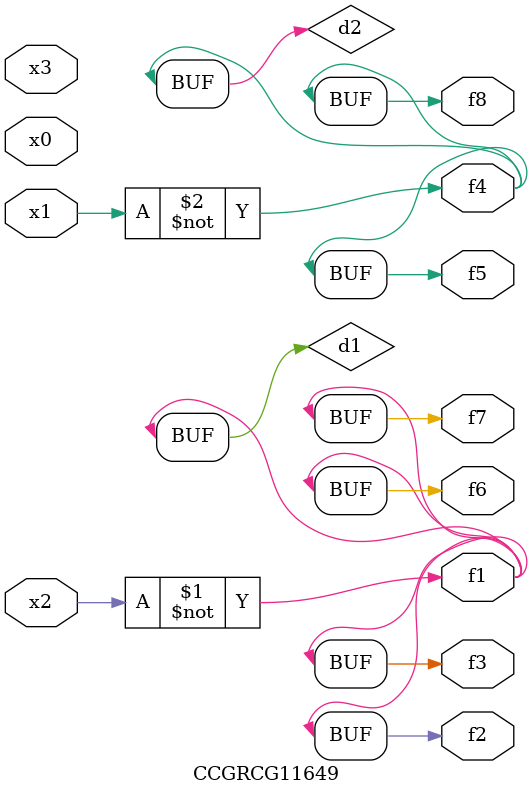
<source format=v>
module CCGRCG11649(
	input x0, x1, x2, x3,
	output f1, f2, f3, f4, f5, f6, f7, f8
);

	wire d1, d2;

	xnor (d1, x2);
	not (d2, x1);
	assign f1 = d1;
	assign f2 = d1;
	assign f3 = d1;
	assign f4 = d2;
	assign f5 = d2;
	assign f6 = d1;
	assign f7 = d1;
	assign f8 = d2;
endmodule

</source>
